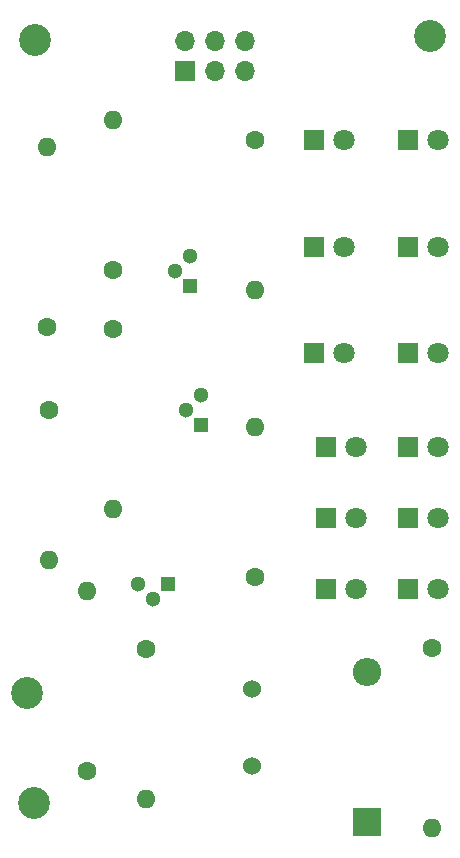
<source format=gbr>
%TF.GenerationSoftware,KiCad,Pcbnew,(5.1.10)-1*%
%TF.CreationDate,2021-11-19T12:16:16+02:00*%
%TF.ProjectId,25-station-led-alarm,32352d73-7461-4746-996f-6e2d6c65642d,rev?*%
%TF.SameCoordinates,Original*%
%TF.FileFunction,Soldermask,Bot*%
%TF.FilePolarity,Negative*%
%FSLAX46Y46*%
G04 Gerber Fmt 4.6, Leading zero omitted, Abs format (unit mm)*
G04 Created by KiCad (PCBNEW (5.1.10)-1) date 2021-11-19 12:16:16*
%MOMM*%
%LPD*%
G01*
G04 APERTURE LIST*
%ADD10R,1.800000X1.800000*%
%ADD11C,1.800000*%
%ADD12C,1.300000*%
%ADD13R,1.300000X1.300000*%
%ADD14C,1.600000*%
%ADD15O,1.600000X1.600000*%
%ADD16C,1.524000*%
%ADD17R,1.700000X1.700000*%
%ADD18O,1.700000X1.700000*%
%ADD19R,2.400000X2.400000*%
%ADD20O,2.400000X2.400000*%
%ADD21C,2.700000*%
G04 APERTURE END LIST*
D10*
%TO.C,D1*%
X160000000Y-132000000D03*
D11*
X162540000Y-132000000D03*
%TD*%
%TO.C,D2*%
X155540000Y-132000000D03*
D10*
X153000000Y-132000000D03*
%TD*%
D11*
%TO.C,D3*%
X162540000Y-138000000D03*
D10*
X160000000Y-138000000D03*
%TD*%
%TO.C,D4*%
X160000000Y-126000000D03*
D11*
X162540000Y-126000000D03*
%TD*%
D10*
%TO.C,D5*%
X160000000Y-118000000D03*
D11*
X162540000Y-118000000D03*
%TD*%
%TO.C,D6*%
X162540000Y-109000000D03*
D10*
X160000000Y-109000000D03*
%TD*%
%TO.C,D7*%
X160000000Y-100000000D03*
D11*
X162540000Y-100000000D03*
%TD*%
D10*
%TO.C,D8*%
X152000000Y-118000000D03*
D11*
X154540000Y-118000000D03*
%TD*%
D10*
%TO.C,D9*%
X153000000Y-138000000D03*
D11*
X155540000Y-138000000D03*
%TD*%
%TO.C,D10*%
X155540000Y-126000000D03*
D10*
X153000000Y-126000000D03*
%TD*%
%TO.C,D11*%
X152000000Y-109000000D03*
D11*
X154540000Y-109000000D03*
%TD*%
%TO.C,D12*%
X154540000Y-100000000D03*
D10*
X152000000Y-100000000D03*
%TD*%
D12*
%TO.C,Q1*%
X141203680Y-122869960D03*
X142473680Y-121599960D03*
D13*
X142473680Y-124139960D03*
%TD*%
D12*
%TO.C,Q2*%
X140246100Y-111089440D03*
X141516100Y-109819440D03*
D13*
X141516100Y-112359440D03*
%TD*%
%TO.C,Q3*%
X139694920Y-137581640D03*
D12*
X137154920Y-137581640D03*
X138424920Y-138851640D03*
%TD*%
D14*
%TO.C,R1*%
X162000000Y-143000000D03*
D15*
X162000000Y-158240000D03*
%TD*%
D14*
%TO.C,R2*%
X129438400Y-115818920D03*
D15*
X129438400Y-100578920D03*
%TD*%
D14*
%TO.C,R3*%
X147000000Y-100000000D03*
D15*
X147000000Y-112700000D03*
%TD*%
D14*
%TO.C,R4*%
X129593340Y-122829320D03*
D15*
X129593340Y-135529320D03*
%TD*%
%TO.C,R5*%
X135000000Y-98300000D03*
D14*
X135000000Y-111000000D03*
%TD*%
D15*
%TO.C,R6*%
X147000000Y-124300000D03*
D14*
X147000000Y-137000000D03*
%TD*%
D15*
%TO.C,R7*%
X135000000Y-131240000D03*
D14*
X135000000Y-116000000D03*
%TD*%
D15*
%TO.C,R8*%
X132778500Y-138132820D03*
D14*
X132778500Y-153372820D03*
%TD*%
%TO.C,R9*%
X137772140Y-143090900D03*
D15*
X137772140Y-155790900D03*
%TD*%
D16*
%TO.C,BZ1*%
X146771360Y-152983000D03*
X146771360Y-146483000D03*
%TD*%
D17*
%TO.C,J1*%
X141127480Y-94145100D03*
D18*
X141127480Y-91605100D03*
X143667480Y-94145100D03*
X143667480Y-91605100D03*
X146207480Y-94145100D03*
X146207480Y-91605100D03*
%TD*%
D19*
%TO.C,D13*%
X156486860Y-157688280D03*
D20*
X156486860Y-144988280D03*
%TD*%
D21*
%TO.C,H1*%
X128287780Y-156136340D03*
%TD*%
%TO.C,H2*%
X127713740Y-146799300D03*
%TD*%
%TO.C,H3*%
X128399540Y-91521280D03*
%TD*%
%TO.C,H4*%
X161846260Y-91188540D03*
%TD*%
M02*

</source>
